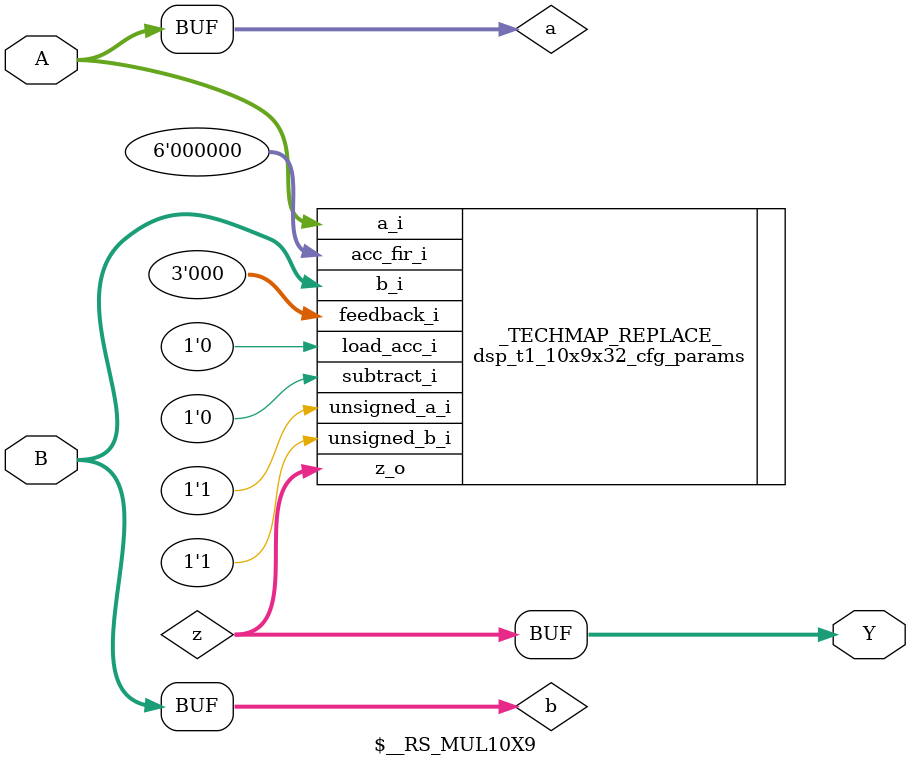
<source format=v>

module \$__RS_MUL20X18 (input [19:0] A, input [17:0] B, output [37:0] Y);
    parameter A_SIGNED = 0;
    parameter B_SIGNED = 0;
    parameter A_WIDTH = 0;
    parameter B_WIDTH = 0;
    parameter Y_WIDTH = 0;
    parameter REG_OUT = 0;
    parameter DSP_CLK = "";
    parameter DSP_RST = "";
    parameter DSP_RST_POL = "";

    wire [19:0] a;
    wire [17:0] b;
    wire [37:0] z;

    assign a = (A_WIDTH == 20) ? A :
               (A_SIGNED) ? {{(20 - A_WIDTH){A[A_WIDTH-1]}}, A} :
                            {{(20 - A_WIDTH){1'b0}},         A};

    assign b = (B_WIDTH == 18) ? B :
               (B_SIGNED) ? {{(18 - B_WIDTH){B[B_WIDTH-1]}}, B} :
                            {{(18 - B_WIDTH){1'b0}},         B};

    (* is_inferred=1 *)
    dsp_t1_20x18x64_cfg_ports #(
        .COEFF_0(20'd0),
        .COEFF_1(20'd0),
        .COEFF_2(20'd0),
        .COEFF_3(20'd0),
        .OUTPUT_SELECT({2'b0,REG_OUT[0]}),
        .REGISTER_INPUTS(1'b0),
        .DSP_CLK(DSP_CLK),
        .DSP_RST(DSP_RST),
        .DSP_RST_POL(REG_OUT)
    ) _TECHMAP_REPLACE_ (
        .a_i                (a),
        .b_i                (b),
        .acc_fir_i          (6'd0),
        .z_o                (z),

        .feedback_i         (3'd0),
        .load_acc_i         (1'b0),
        .unsigned_a_i       (!A_SIGNED),
        .unsigned_b_i       (!B_SIGNED),

        .saturate_enable_i  (1'b0),
        .shift_right_i      (6'd0),
        .round_i            (1'b0),
        .subtract_i         (1'b0)
    );

    assign Y = z;

endmodule
/*
module \$__RS_MUL10X9 (input [9:0] A, input [8:0] B, output [18:0] Y);
    parameter A_SIGNED = 0;
    parameter B_SIGNED = 0;
    parameter A_WIDTH = 0;
    parameter B_WIDTH = 0;
    parameter Y_WIDTH = 0;
    parameter REG_OUT = 0;
    parameter DSP_CLK = "";
    parameter DSP_RST = "";
    parameter DSP_RST_POL = "";

    wire [ 9:0] a;
    wire [ 8:0] b;
    wire [18:0] z;

    assign a = (A_WIDTH == 10) ? A :
               (A_SIGNED) ? {{(10 - A_WIDTH){A[A_WIDTH-1]}}, A} :
                            {{(10 - A_WIDTH){1'b0}},         A};

    assign b = (B_WIDTH ==  9) ? B :
               (B_SIGNED) ? {{( 9 - B_WIDTH){B[B_WIDTH-1]}}, B} :
                            {{( 9 - B_WIDTH){1'b0}},         B};

    
        (* is_inferred=1 *)
        dsp_t1_10x9x32_cfg_ports #(
            .COEFF_0(10'd0),
            .COEFF_1(10'd0),
            .COEFF_2(10'd0),
            .COEFF_3(10'd0),
            .OUTPUT_SELECT({2'b0,REG_OUT[0]}),
            .REGISTER_INPUTS(1'b0),
            .DSP_CLK(DSP_CLK),
            .DSP_RST(DSP_RST),
            .DSP_RST_POL(REG_OUT)
        ) _TECHMAP_REPLACE_ (
            .a_i                (a),
            .b_i                (b),
            .acc_fir_i          (6'd0),
            .z_o                (z),

            .feedback_i         (3'd0),
            .load_acc_i         (1'b0),
            .unsigned_a_i       (!A_SIGNED),
            .unsigned_b_i       (!B_SIGNED),

            .output_select_i    (3'd0),
            .saturate_enable_i  (1'b0),
            .shift_right_i      (6'd0),
            .round_i            (1'b0),
            .subtract_i         (1'b0),
            .register_inputs_i  (1'b0)
        );

    assign Y = z;

endmodule
*/
module \$__RS_MUL10X9 (input [9:0] A, input [8:0] B, output [18:0] Y);
    parameter A_SIGNED = 0;
    parameter B_SIGNED = 0;
    parameter A_WIDTH = 0;
    parameter B_WIDTH = 0;
    parameter Y_WIDTH = 0;
    parameter REG_OUT = 0;
    parameter DSP_CLK = "";
    parameter DSP_RST = "";
    parameter DSP_RST_POL = "";

    wire [ 9:0] a;
    wire [ 8:0] b;
    wire [18:0] z;

    assign a = (A_WIDTH == 10) ? A :
               (A_SIGNED) ? {{(10 - A_WIDTH){A[A_WIDTH-1]}}, A} :
                            {{(10 - A_WIDTH){1'b0}},         A};

    assign b = (B_WIDTH ==  9) ? B :
               (B_SIGNED) ? {{( 9 - B_WIDTH){B[B_WIDTH-1]}}, B} :
                            {{( 9 - B_WIDTH){1'b0}},         B};

        (* is_inferred=1 *)
        dsp_t1_10x9x32_cfg_params #(
            .OUTPUT_SELECT      ({2'b0,REG_OUT[0]}),
            .SATURATE_ENABLE    (1'b0),
            .SHIFT_RIGHT        (6'd0),
            .ROUND              (1'b0),
            .REGISTER_INPUTS    (1'b0),
            .COEFF_0(10'd0),
            .COEFF_1(10'd0),
            .COEFF_2(10'd0),
            .COEFF_3(10'd0),
            .DSP_CLK(DSP_CLK),
            .DSP_RST(DSP_RST),
            .DSP_RST_POL(REG_OUT)
        ) _TECHMAP_REPLACE_ (
            .a_i                (a),
            .b_i                (b),
            .acc_fir_i          (6'd0),
            .z_o                (z),

            .feedback_i         (3'd0),
            .load_acc_i         (1'b0),
            .unsigned_a_i       (!A_SIGNED),
            .unsigned_b_i       (!B_SIGNED),

            .subtract_i         (1'b0)
        );


    assign Y = z;

endmodule

</source>
